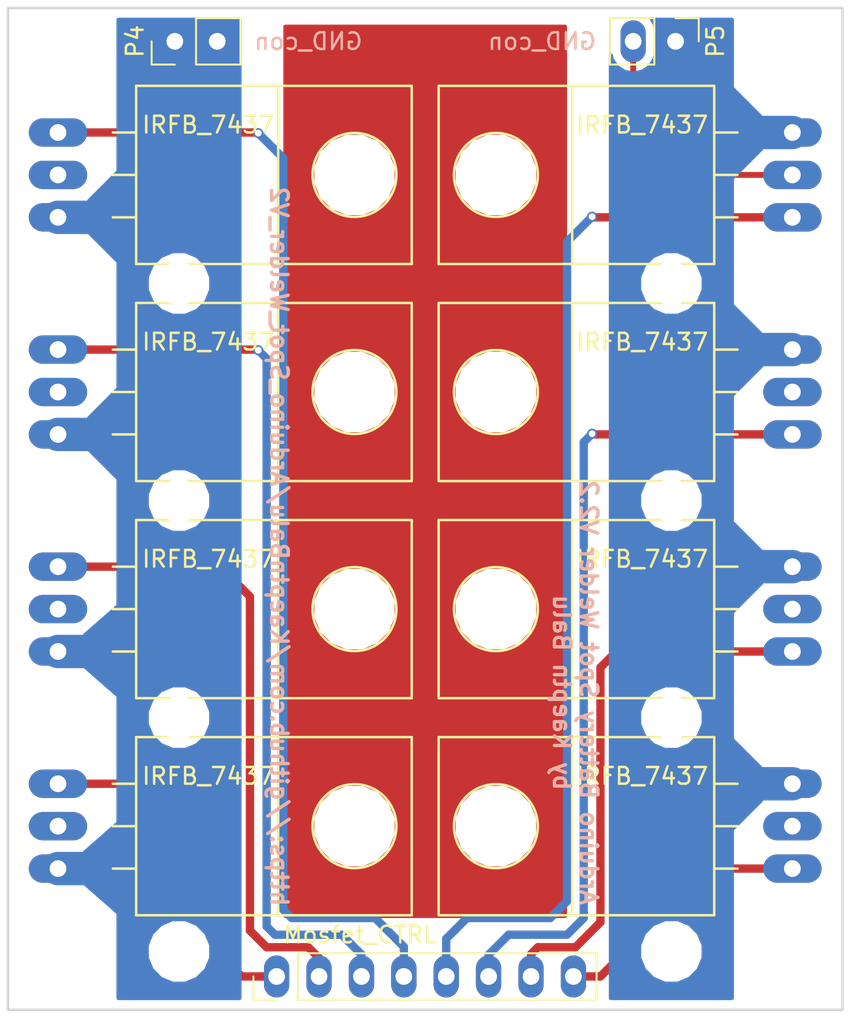
<source format=kicad_pcb>
(kicad_pcb (version 4) (host pcbnew 4.0.4-stable)

  (general
    (links 26)
    (no_connects 8)
    (area 118.350001 51.8 199.35 141.500001)
    (thickness 1.6)
    (drawings 19)
    (tracks 84)
    (zones 0)
    (modules 23)
    (nets 11)
  )

  (page A4)
  (layers
    (0 F.Cu signal)
    (31 B.Cu signal)
    (32 B.Adhes user)
    (33 F.Adhes user)
    (34 B.Paste user)
    (35 F.Paste user)
    (36 B.SilkS user)
    (37 F.SilkS user)
    (38 B.Mask user)
    (39 F.Mask user)
    (40 Dwgs.User user hide)
    (41 Cmts.User user)
    (42 Eco1.User user hide)
    (43 Eco2.User user hide)
    (44 Edge.Cuts user)
    (45 Margin user hide)
    (46 B.CrtYd user hide)
    (47 F.CrtYd user hide)
    (48 B.Fab user)
    (49 F.Fab user)
  )

  (setup
    (last_trace_width 0.25)
    (user_trace_width 0.35)
    (user_trace_width 0.5)
    (user_trace_width 0.75)
    (user_trace_width 1)
    (user_trace_width 2)
    (trace_clearance 0.2)
    (zone_clearance 0.508)
    (zone_45_only no)
    (trace_min 0.2)
    (segment_width 0.1)
    (edge_width 0.15)
    (via_size 0.6)
    (via_drill 0.4)
    (via_min_size 0.4)
    (via_min_drill 0.3)
    (uvia_size 0.3)
    (uvia_drill 0.1)
    (uvias_allowed no)
    (uvia_min_size 0.2)
    (uvia_min_drill 0.1)
    (pcb_text_width 0.3)
    (pcb_text_size 1.5 1.5)
    (mod_edge_width 0.15)
    (mod_text_size 1 1)
    (mod_text_width 0.15)
    (pad_size 2.6 2.6)
    (pad_drill 2.6)
    (pad_to_mask_clearance 0.2)
    (aux_axis_origin 70 130)
    (grid_origin 70 130)
    (visible_elements 7FFFFFFF)
    (pcbplotparams
      (layerselection 0x010f0_80000001)
      (usegerberextensions false)
      (excludeedgelayer true)
      (linewidth 0.100000)
      (plotframeref false)
      (viasonmask false)
      (mode 1)
      (useauxorigin false)
      (hpglpennumber 1)
      (hpglpenspeed 20)
      (hpglpendiameter 15)
      (hpglpenoverlay 2)
      (psnegative false)
      (psa4output false)
      (plotreference true)
      (plotvalue true)
      (plotinvisibletext false)
      (padsonsilk false)
      (subtractmaskfromsilk false)
      (outputformat 1)
      (mirror false)
      (drillshape 0)
      (scaleselection 1)
      (outputdirectory "Gerber/Mosfet Board/"))
  )

  (net 0 "")
  (net 1 "Net-(Mosfet_CTRL2-Pad1)")
  (net 2 "Net-(Mosfet_CTRL2-Pad2)")
  (net 3 "Net-(Mosfet_CTRL2-Pad3)")
  (net 4 "Net-(Mosfet_CTRL2-Pad4)")
  (net 5 "Net-(Mosfet_CTRL2-Pad5)")
  (net 6 "Net-(Mosfet_CTRL2-Pad6)")
  (net 7 "Net-(Mosfet_CTRL2-Pad7)")
  (net 8 "Net-(Mosfet_CTRL2-Pad8)")
  (net 9 /battery_minus)
  (net 10 /Probe)

  (net_class Default "This is the default net class."
    (clearance 0.2)
    (trace_width 0.25)
    (via_dia 0.6)
    (via_drill 0.4)
    (uvia_dia 0.3)
    (uvia_drill 0.1)
    (add_net /Probe)
    (add_net /battery_minus)
    (add_net "Net-(Mosfet_CTRL2-Pad1)")
    (add_net "Net-(Mosfet_CTRL2-Pad2)")
    (add_net "Net-(Mosfet_CTRL2-Pad3)")
    (add_net "Net-(Mosfet_CTRL2-Pad4)")
    (add_net "Net-(Mosfet_CTRL2-Pad5)")
    (add_net "Net-(Mosfet_CTRL2-Pad6)")
    (add_net "Net-(Mosfet_CTRL2-Pad7)")
    (add_net "Net-(Mosfet_CTRL2-Pad8)")
  )

  (module pots_own:TO-220__long_Neutral123_Horizontal_LargePads (layer F.Cu) (tedit 593A704A) (tstamp 58CAB72D)
    (at 134 80 270)
    (descr "TO-220, Neutral, Horizontal, Large Pads,")
    (tags "TO-220, Neutral, Horizontal, Large Pads,")
    (path /58919518)
    (fp_text reference Q5 (at -4 -19 270) (layer F.SilkS) hide
      (effects (font (size 1 1) (thickness 0.15)))
    )
    (fp_text value IRFB_7437 (at -3 -8 360) (layer F.SilkS)
      (effects (font (size 1 1) (thickness 0.15)))
    )
    (fp_line (start -2.54 -3.683) (end -2.54 -2.286) (layer F.SilkS) (width 0.15))
    (fp_line (start 0 -3.683) (end 0 -2.286) (layer F.SilkS) (width 0.15))
    (fp_line (start 2.54 -3.683) (end 2.54 -2.286) (layer F.SilkS) (width 0.15))
    (fp_circle (center 0 -16.764) (end 1.778 -14.986) (layer F.SilkS) (width 0.15))
    (fp_line (start 5.334 -12.192) (end 5.334 -20.193) (layer F.SilkS) (width 0.15))
    (fp_line (start 5.334 -20.193) (end -5.334 -20.193) (layer F.SilkS) (width 0.15))
    (fp_line (start -5.334 -20.193) (end -5.334 -12.192) (layer F.SilkS) (width 0.15))
    (fp_line (start 5.334 -3.683) (end 5.334 -12.192) (layer F.SilkS) (width 0.15))
    (fp_line (start 5.334 -12.192) (end -5.334 -12.192) (layer F.SilkS) (width 0.15))
    (fp_line (start -5.334 -12.192) (end -5.334 -3.683) (layer F.SilkS) (width 0.15))
    (fp_line (start 0 -3.683) (end -5.334 -3.683) (layer F.SilkS) (width 0.15))
    (fp_line (start 0 -3.683) (end 5.334 -3.683) (layer F.SilkS) (width 0.15))
    (pad 2 thru_hole oval (at 0 1) (size 3.50012 1.69926) (drill 1.00076) (layers *.Cu *.Mask)
      (net 10 /Probe))
    (pad 1 thru_hole oval (at -2.54 1) (size 3.50012 1.69926) (drill 1.00076) (layers *.Cu *.Mask)
      (net 4 "Net-(Mosfet_CTRL2-Pad4)"))
    (pad 3 thru_hole oval (at 2.54 1) (size 3.50012 1.69926) (drill 1.00076) (layers *.Cu *.Mask)
      (net 9 /battery_minus))
    (pad "" np_thru_hole circle (at 0 -16.764) (size 3.79984 3.79984) (drill 3.79984) (layers *.Cu *.Mask))
    (model TO_SOT_Packages_THT.3dshapes/TO-220_Neutral123_Horizontal_LargePads.wrl
      (at (xyz 0 0 0))
      (scale (xyz 0.3937 0.3937 0.3937))
      (rotate (xyz 0 0 0))
    )
  )

  (module Mounting_Holes:MountingHole_2.5mm (layer F.Cu) (tedit 5904A36C) (tstamp 5890E47E)
    (at 169.75 86.5)
    (descr "Mounting Hole 2.5mm, no annular")
    (tags "mounting hole 2.5mm no annular")
    (fp_text reference REF** (at 0 -3.5) (layer F.SilkS) hide
      (effects (font (size 1 1) (thickness 0.15)))
    )
    (fp_text value 2.6mm (at 0 3.5) (layer F.Fab)
      (effects (font (size 1 1) (thickness 0.15)))
    )
    (fp_circle (center 0 0) (end 2.5 0) (layer Cmts.User) (width 0.15))
    (fp_circle (center 0 0) (end 2.75 0) (layer F.CrtYd) (width 0.05))
    (pad "" np_thru_hole circle (at 0 0) (size 2.6 2.6) (drill 2.6) (layers *.Cu *.Mask))
  )

  (module Mounting_Holes:MountingHole_2.5mm (layer F.Cu) (tedit 5904A35E) (tstamp 5890E46B)
    (at 169.75 99.5)
    (descr "Mounting Hole 2.5mm, no annular")
    (tags "mounting hole 2.5mm no annular")
    (fp_text reference REF** (at 0 -3.5) (layer F.SilkS) hide
      (effects (font (size 1 1) (thickness 0.15)))
    )
    (fp_text value 2.6mm (at 0 3.5) (layer F.Fab)
      (effects (font (size 1 1) (thickness 0.15)))
    )
    (fp_circle (center 0 0) (end 2.5 0) (layer Cmts.User) (width 0.15))
    (fp_circle (center 0 0) (end 2.75 0) (layer F.CrtYd) (width 0.05))
    (pad "" np_thru_hole circle (at 0 0) (size 2.6 2.6) (drill 2.6) (layers *.Cu *.Mask))
  )

  (module Mounting_Holes:MountingHole_2.5mm (layer F.Cu) (tedit 5904A357) (tstamp 5890E45F)
    (at 169.75 112.5)
    (descr "Mounting Hole 2.5mm, no annular")
    (tags "mounting hole 2.5mm no annular")
    (fp_text reference REF** (at 0 -3.5) (layer F.SilkS) hide
      (effects (font (size 1 1) (thickness 0.15)))
    )
    (fp_text value 2.6mm (at 0 3.5) (layer F.Fab)
      (effects (font (size 1 1) (thickness 0.15)))
    )
    (fp_circle (center 0 0) (end 2.5 0) (layer Cmts.User) (width 0.15))
    (fp_circle (center 0 0) (end 2.75 0) (layer F.CrtYd) (width 0.05))
    (pad "" np_thru_hole circle (at 0 0) (size 2.6 2.6) (drill 2.6) (layers *.Cu *.Mask))
  )

  (module Mounting_Holes:MountingHole_2.5mm (layer F.Cu) (tedit 5904A351) (tstamp 5890E43D)
    (at 169.75 126.5)
    (descr "Mounting Hole 2.5mm, no annular")
    (tags "mounting hole 2.5mm no annular")
    (fp_text reference REF** (at 0 -3.5) (layer F.SilkS) hide
      (effects (font (size 1 1) (thickness 0.15)))
    )
    (fp_text value 2.6mm (at 0 3.5) (layer F.Fab)
      (effects (font (size 1 1) (thickness 0.15)))
    )
    (fp_circle (center 0 0) (end 2.5 0) (layer Cmts.User) (width 0.15))
    (fp_circle (center 0 0) (end 2.75 0) (layer F.CrtYd) (width 0.05))
    (pad "" np_thru_hole circle (at 0 0) (size 2.6 2.6) (drill 2.6) (layers *.Cu *.Mask))
  )

  (module Mounting_Holes:MountingHole_2.5mm (layer F.Cu) (tedit 5904A34B) (tstamp 5890E421)
    (at 140.25 126.5)
    (descr "Mounting Hole 2.5mm, no annular")
    (tags "mounting hole 2.5mm no annular")
    (fp_text reference REF** (at 0 -3.5) (layer F.SilkS) hide
      (effects (font (size 1 1) (thickness 0.15)))
    )
    (fp_text value 2.6mm (at 0 3.5) (layer F.Fab)
      (effects (font (size 1 1) (thickness 0.15)))
    )
    (fp_circle (center 0 0) (end 2.5 0) (layer Cmts.User) (width 0.15))
    (fp_circle (center 0 0) (end 2.75 0) (layer F.CrtYd) (width 0.05))
    (pad "" np_thru_hole circle (at 0 0) (size 2.6 2.6) (drill 2.6) (layers *.Cu *.Mask))
  )

  (module Mounting_Holes:MountingHole_2.5mm (layer F.Cu) (tedit 5904A33F) (tstamp 5890E40F)
    (at 140.25 112.5)
    (descr "Mounting Hole 2.5mm, no annular")
    (tags "mounting hole 2.5mm no annular")
    (fp_text reference REF** (at 0 -3.5) (layer F.SilkS) hide
      (effects (font (size 1 1) (thickness 0.15)))
    )
    (fp_text value 2.6mm (at 0 3.5) (layer F.Fab)
      (effects (font (size 1 1) (thickness 0.15)))
    )
    (fp_circle (center 0 0) (end 2.5 0) (layer Cmts.User) (width 0.15))
    (fp_circle (center 0 0) (end 2.75 0) (layer F.CrtYd) (width 0.05))
    (pad "" np_thru_hole circle (at 0 0) (size 2.6 2.6) (drill 2.6) (layers *.Cu *.Mask))
  )

  (module Mounting_Holes:MountingHole_2.5mm (layer F.Cu) (tedit 5904A345) (tstamp 5890E404)
    (at 140.25 99.5)
    (descr "Mounting Hole 2.5mm, no annular")
    (tags "mounting hole 2.5mm no annular")
    (fp_text reference REF** (at 0 -3.5) (layer F.SilkS) hide
      (effects (font (size 1 1) (thickness 0.15)))
    )
    (fp_text value 2.6mm (at 0 3.5) (layer F.Fab)
      (effects (font (size 1 1) (thickness 0.15)))
    )
    (fp_circle (center 0 0) (end 2.5 0) (layer Cmts.User) (width 0.15))
    (fp_circle (center 0 0) (end 2.75 0) (layer F.CrtYd) (width 0.05))
    (pad "" np_thru_hole circle (at 0 0) (size 2.6 2.6) (drill 2.6) (layers *.Cu *.Mask))
  )

  (module Mounting_Holes:MountingHole_3.2mm_M3 (layer F.Cu) (tedit 5890D5E3) (tstamp 5890D7C8)
    (at 133 127)
    (descr "Mounting Hole 3.2mm, no annular, M3")
    (tags "mounting hole 3.2mm no annular m3")
    (fp_text reference REF** (at 0 -4.2) (layer F.SilkS) hide
      (effects (font (size 1 1) (thickness 0.15)))
    )
    (fp_text value 3.2mm (at 0 4.2) (layer F.Fab) hide
      (effects (font (size 1 1) (thickness 0.15)))
    )
    (fp_circle (center 0 0) (end 3.2 0) (layer Cmts.User) (width 0.15))
    (fp_circle (center 0 0) (end 3.45 0) (layer F.CrtYd) (width 0.05))
    (pad 1 np_thru_hole circle (at 0 0) (size 3.2 3.2) (drill 3.2) (layers *.Cu *.Mask))
  )

  (module Mounting_Holes:MountingHole_3.2mm_M3 (layer F.Cu) (tedit 5890D5E3) (tstamp 5890D7C2)
    (at 177 127)
    (descr "Mounting Hole 3.2mm, no annular, M3")
    (tags "mounting hole 3.2mm no annular m3")
    (fp_text reference REF** (at 0 -4.2) (layer F.SilkS) hide
      (effects (font (size 1 1) (thickness 0.15)))
    )
    (fp_text value 3.2mm (at 0 4.2) (layer F.Fab) hide
      (effects (font (size 1 1) (thickness 0.15)))
    )
    (fp_circle (center 0 0) (end 3.2 0) (layer Cmts.User) (width 0.15))
    (fp_circle (center 0 0) (end 3.45 0) (layer F.CrtYd) (width 0.05))
    (pad 1 np_thru_hole circle (at 0 0) (size 3.2 3.2) (drill 3.2) (layers *.Cu *.Mask))
  )

  (module Mounting_Holes:MountingHole_3.2mm_M3 (layer F.Cu) (tedit 5890D5E3) (tstamp 5890D7BC)
    (at 177 73)
    (descr "Mounting Hole 3.2mm, no annular, M3")
    (tags "mounting hole 3.2mm no annular m3")
    (fp_text reference REF** (at 0 -4.2) (layer F.SilkS) hide
      (effects (font (size 1 1) (thickness 0.15)))
    )
    (fp_text value 3.2mm (at 0 4.2) (layer F.Fab) hide
      (effects (font (size 1 1) (thickness 0.15)))
    )
    (fp_circle (center 0 0) (end 3.2 0) (layer Cmts.User) (width 0.15))
    (fp_circle (center 0 0) (end 3.45 0) (layer F.CrtYd) (width 0.05))
    (pad 1 np_thru_hole circle (at 0 0) (size 3.2 3.2) (drill 3.2) (layers *.Cu *.Mask))
  )

  (module Pin_Headers:Pin_Header_Straight_1x02_Pitch2.54mm (layer F.Cu) (tedit 58CABEB1) (tstamp 5890D575)
    (at 140 72 90)
    (descr "Through hole straight pin header, 1x02, 2.54mm pitch, single row")
    (tags "Through hole pin header THT 1x02 2.54mm single row")
    (path /5891D4F3)
    (fp_text reference P4 (at 0 -2.39 90) (layer F.SilkS)
      (effects (font (size 1 1) (thickness 0.15)))
    )
    (fp_text value GND_con (at 0 8 180) (layer B.SilkS)
      (effects (font (size 1 1) (thickness 0.15)) (justify mirror))
    )
    (fp_line (start -1.27 -1.27) (end -1.27 3.81) (layer F.Fab) (width 0.1))
    (fp_line (start -1.27 3.81) (end 1.27 3.81) (layer F.Fab) (width 0.1))
    (fp_line (start 1.27 3.81) (end 1.27 -1.27) (layer F.Fab) (width 0.1))
    (fp_line (start 1.27 -1.27) (end -1.27 -1.27) (layer F.Fab) (width 0.1))
    (fp_line (start -1.39 1.27) (end -1.39 3.93) (layer F.SilkS) (width 0.12))
    (fp_line (start -1.39 3.93) (end 1.39 3.93) (layer F.SilkS) (width 0.12))
    (fp_line (start 1.39 3.93) (end 1.39 1.27) (layer F.SilkS) (width 0.12))
    (fp_line (start 1.39 1.27) (end -1.39 1.27) (layer F.SilkS) (width 0.12))
    (fp_line (start -1.39 0) (end -1.39 -1.39) (layer F.SilkS) (width 0.12))
    (fp_line (start -1.39 -1.39) (end 0 -1.39) (layer F.SilkS) (width 0.12))
    (fp_line (start -1.6 -1.6) (end -1.6 4.1) (layer F.CrtYd) (width 0.05))
    (fp_line (start -1.6 4.1) (end 1.6 4.1) (layer F.CrtYd) (width 0.05))
    (fp_line (start 1.6 4.1) (end 1.6 -1.6) (layer F.CrtYd) (width 0.05))
    (fp_line (start 1.6 -1.6) (end -1.6 -1.6) (layer F.CrtYd) (width 0.05))
    (pad 1 thru_hole oval (at 0 0 90) (size 2.52 1.52) (drill 1) (layers *.Cu *.Mask)
      (net 9 /battery_minus))
    (pad 2 thru_hole oval (at 0 2.54 90) (size 2.52 1.52) (drill 1) (layers *.Cu *.Mask)
      (net 9 /battery_minus))
    (model Pin_Headers.3dshapes/Pin_Header_Straight_1x02_Pitch2.54mm.wrl
      (at (xyz 0 -0.05 0))
      (scale (xyz 1 1 1))
      (rotate (xyz 0 0 90))
    )
  )

  (module Pin_Headers:Pin_Header_Straight_1x02_Pitch2.54mm (layer F.Cu) (tedit 58CABECB) (tstamp 5890D57B)
    (at 170 72 270)
    (descr "Through hole straight pin header, 1x02, 2.54mm pitch, single row")
    (tags "Through hole pin header THT 1x02 2.54mm single row")
    (path /5891D6C9)
    (fp_text reference P5 (at 0 -2.39 270) (layer F.SilkS)
      (effects (font (size 1 1) (thickness 0.15)))
    )
    (fp_text value GND_con (at 0 8 360) (layer B.SilkS)
      (effects (font (size 1 1) (thickness 0.15)) (justify mirror))
    )
    (fp_line (start -1.27 -1.27) (end -1.27 3.81) (layer F.Fab) (width 0.1))
    (fp_line (start -1.27 3.81) (end 1.27 3.81) (layer F.Fab) (width 0.1))
    (fp_line (start 1.27 3.81) (end 1.27 -1.27) (layer F.Fab) (width 0.1))
    (fp_line (start 1.27 -1.27) (end -1.27 -1.27) (layer F.Fab) (width 0.1))
    (fp_line (start -1.39 1.27) (end -1.39 3.93) (layer F.SilkS) (width 0.12))
    (fp_line (start -1.39 3.93) (end 1.39 3.93) (layer F.SilkS) (width 0.12))
    (fp_line (start 1.39 3.93) (end 1.39 1.27) (layer F.SilkS) (width 0.12))
    (fp_line (start 1.39 1.27) (end -1.39 1.27) (layer F.SilkS) (width 0.12))
    (fp_line (start -1.39 0) (end -1.39 -1.39) (layer F.SilkS) (width 0.12))
    (fp_line (start -1.39 -1.39) (end 0 -1.39) (layer F.SilkS) (width 0.12))
    (fp_line (start -1.6 -1.6) (end -1.6 4.1) (layer F.CrtYd) (width 0.05))
    (fp_line (start -1.6 4.1) (end 1.6 4.1) (layer F.CrtYd) (width 0.05))
    (fp_line (start 1.6 4.1) (end 1.6 -1.6) (layer F.CrtYd) (width 0.05))
    (fp_line (start 1.6 -1.6) (end -1.6 -1.6) (layer F.CrtYd) (width 0.05))
    (pad 1 thru_hole oval (at 0 0 270) (size 2.52 1.52) (drill 1) (layers *.Cu *.Mask)
      (net 9 /battery_minus))
    (pad 2 thru_hole oval (at 0 2.54 270) (size 2.52 1.52) (drill 1) (layers *.Cu *.Mask)
      (net 10 /Probe))
    (model Pin_Headers.3dshapes/Pin_Header_Straight_1x02_Pitch2.54mm.wrl
      (at (xyz 0 -0.05 0))
      (scale (xyz 1 1 1))
      (rotate (xyz 0 0 90))
    )
  )

  (module Mounting_Holes:MountingHole_3.2mm_M3 (layer F.Cu) (tedit 5890D5E3) (tstamp 5890D673)
    (at 133 73)
    (descr "Mounting Hole 3.2mm, no annular, M3")
    (tags "mounting hole 3.2mm no annular m3")
    (fp_text reference REF** (at 0 -4.2) (layer F.SilkS) hide
      (effects (font (size 1 1) (thickness 0.15)))
    )
    (fp_text value 3.2mm (at 0 4.2) (layer F.Fab) hide
      (effects (font (size 1 1) (thickness 0.15)))
    )
    (fp_circle (center 0 0) (end 3.2 0) (layer Cmts.User) (width 0.15))
    (fp_circle (center 0 0) (end 3.45 0) (layer F.CrtYd) (width 0.05))
    (pad 1 np_thru_hole circle (at 0 0) (size 3.2 3.2) (drill 3.2) (layers *.Cu *.Mask))
  )

  (module Mounting_Holes:MountingHole_2.5mm (layer F.Cu) (tedit 5904A366) (tstamp 5890E4B3)
    (at 140.25 86.5)
    (descr "Mounting Hole 2.5mm, no annular")
    (tags "mounting hole 2.5mm no annular")
    (fp_text reference REF** (at 0 -3.5) (layer F.SilkS) hide
      (effects (font (size 1 1) (thickness 0.15)))
    )
    (fp_text value 2.6mm (at 0 3.5) (layer F.Fab)
      (effects (font (size 1 1) (thickness 0.15)))
    )
    (fp_circle (center 0 0) (end 2.5 0) (layer Cmts.User) (width 0.15))
    (fp_circle (center 0 0) (end 2.75 0) (layer F.CrtYd) (width 0.05))
    (pad "" np_thru_hole circle (at 0 0) (size 2.6 2.6) (drill 2.6) (layers *.Cu *.Mask))
  )

  (module pots_own:TO-220__long_Neutral123_Horizontal_LargePads (layer F.Cu) (tedit 593A7060) (tstamp 58CAB6DD)
    (at 176 119 90)
    (descr "TO-220, Neutral, Horizontal, Large Pads,")
    (tags "TO-220, Neutral, Horizontal, Large Pads,")
    (path /5891974E)
    (fp_text reference Q1 (at 3.75 -19 90) (layer F.SilkS) hide
      (effects (font (size 1 1) (thickness 0.15)))
    )
    (fp_text value IRFB_7437 (at 3 -8 180) (layer F.SilkS)
      (effects (font (size 1 1) (thickness 0.15)))
    )
    (fp_line (start -2.54 -3.683) (end -2.54 -2.286) (layer F.SilkS) (width 0.15))
    (fp_line (start 0 -3.683) (end 0 -2.286) (layer F.SilkS) (width 0.15))
    (fp_line (start 2.54 -3.683) (end 2.54 -2.286) (layer F.SilkS) (width 0.15))
    (fp_circle (center 0 -16.764) (end 1.778 -14.986) (layer F.SilkS) (width 0.15))
    (fp_line (start 5.334 -12.192) (end 5.334 -20.193) (layer F.SilkS) (width 0.15))
    (fp_line (start 5.334 -20.193) (end -5.334 -20.193) (layer F.SilkS) (width 0.15))
    (fp_line (start -5.334 -20.193) (end -5.334 -12.192) (layer F.SilkS) (width 0.15))
    (fp_line (start 5.334 -3.683) (end 5.334 -12.192) (layer F.SilkS) (width 0.15))
    (fp_line (start 5.334 -12.192) (end -5.334 -12.192) (layer F.SilkS) (width 0.15))
    (fp_line (start -5.334 -12.192) (end -5.334 -3.683) (layer F.SilkS) (width 0.15))
    (fp_line (start 0 -3.683) (end -5.334 -3.683) (layer F.SilkS) (width 0.15))
    (fp_line (start 0 -3.683) (end 5.334 -3.683) (layer F.SilkS) (width 0.15))
    (pad 2 thru_hole oval (at 0 1 180) (size 3.50012 1.69926) (drill 1.00076) (layers *.Cu *.Mask)
      (net 10 /Probe))
    (pad 1 thru_hole oval (at -2.54 1 180) (size 3.50012 1.69926) (drill 1.00076) (layers *.Cu *.Mask)
      (net 8 "Net-(Mosfet_CTRL2-Pad8)"))
    (pad 3 thru_hole oval (at 2.54 1 180) (size 3.50012 1.69926) (drill 1.00076) (layers *.Cu *.Mask)
      (net 9 /battery_minus))
    (pad "" np_thru_hole circle (at 0 -16.764 180) (size 3.79984 3.79984) (drill 3.79984) (layers *.Cu *.Mask))
    (model TO_SOT_Packages_THT.3dshapes/TO-220_Neutral123_Horizontal_LargePads.wrl
      (at (xyz 0 0 0))
      (scale (xyz 0.3937 0.3937 0.3937))
      (rotate (xyz 0 0 0))
    )
  )

  (module pots_own:TO-220__long_Neutral123_Horizontal_LargePads (layer F.Cu) (tedit 593A705A) (tstamp 58CAB6F1)
    (at 176 106 90)
    (descr "TO-220, Neutral, Horizontal, Large Pads,")
    (tags "TO-220, Neutral, Horizontal, Large Pads,")
    (path /589181B5)
    (fp_text reference Q2 (at 3.75 -18.75 90) (layer F.SilkS) hide
      (effects (font (size 1 1) (thickness 0.15)))
    )
    (fp_text value IRFB_7437 (at 3 -8 180) (layer F.SilkS)
      (effects (font (size 1 1) (thickness 0.15)))
    )
    (fp_line (start -2.54 -3.683) (end -2.54 -2.286) (layer F.SilkS) (width 0.15))
    (fp_line (start 0 -3.683) (end 0 -2.286) (layer F.SilkS) (width 0.15))
    (fp_line (start 2.54 -3.683) (end 2.54 -2.286) (layer F.SilkS) (width 0.15))
    (fp_circle (center 0 -16.764) (end 1.778 -14.986) (layer F.SilkS) (width 0.15))
    (fp_line (start 5.334 -12.192) (end 5.334 -20.193) (layer F.SilkS) (width 0.15))
    (fp_line (start 5.334 -20.193) (end -5.334 -20.193) (layer F.SilkS) (width 0.15))
    (fp_line (start -5.334 -20.193) (end -5.334 -12.192) (layer F.SilkS) (width 0.15))
    (fp_line (start 5.334 -3.683) (end 5.334 -12.192) (layer F.SilkS) (width 0.15))
    (fp_line (start 5.334 -12.192) (end -5.334 -12.192) (layer F.SilkS) (width 0.15))
    (fp_line (start -5.334 -12.192) (end -5.334 -3.683) (layer F.SilkS) (width 0.15))
    (fp_line (start 0 -3.683) (end -5.334 -3.683) (layer F.SilkS) (width 0.15))
    (fp_line (start 0 -3.683) (end 5.334 -3.683) (layer F.SilkS) (width 0.15))
    (pad 2 thru_hole oval (at 0 1 180) (size 3.50012 1.69926) (drill 1.00076) (layers *.Cu *.Mask)
      (net 10 /Probe))
    (pad 1 thru_hole oval (at -2.54 1 180) (size 3.50012 1.69926) (drill 1.00076) (layers *.Cu *.Mask)
      (net 7 "Net-(Mosfet_CTRL2-Pad7)"))
    (pad 3 thru_hole oval (at 2.54 1 180) (size 3.50012 1.69926) (drill 1.00076) (layers *.Cu *.Mask)
      (net 9 /battery_minus))
    (pad "" np_thru_hole circle (at 0 -16.764 180) (size 3.79984 3.79984) (drill 3.79984) (layers *.Cu *.Mask))
    (model TO_SOT_Packages_THT.3dshapes/TO-220_Neutral123_Horizontal_LargePads.wrl
      (at (xyz 0 0 0))
      (scale (xyz 0.3937 0.3937 0.3937))
      (rotate (xyz 0 0 0))
    )
  )

  (module pots_own:TO-220__long_Neutral123_Horizontal_LargePads (layer F.Cu) (tedit 593A7053) (tstamp 58CAB705)
    (at 176 93 90)
    (descr "TO-220, Neutral, Horizontal, Large Pads,")
    (tags "TO-220, Neutral, Horizontal, Large Pads,")
    (path /589193FF)
    (fp_text reference Q3 (at 3.75 -18.75 90) (layer F.SilkS) hide
      (effects (font (size 1 1) (thickness 0.15)))
    )
    (fp_text value IRFB_7437 (at 3 -8 180) (layer F.SilkS)
      (effects (font (size 1 1) (thickness 0.15)))
    )
    (fp_line (start -2.54 -3.683) (end -2.54 -2.286) (layer F.SilkS) (width 0.15))
    (fp_line (start 0 -3.683) (end 0 -2.286) (layer F.SilkS) (width 0.15))
    (fp_line (start 2.54 -3.683) (end 2.54 -2.286) (layer F.SilkS) (width 0.15))
    (fp_circle (center 0 -16.764) (end 1.778 -14.986) (layer F.SilkS) (width 0.15))
    (fp_line (start 5.334 -12.192) (end 5.334 -20.193) (layer F.SilkS) (width 0.15))
    (fp_line (start 5.334 -20.193) (end -5.334 -20.193) (layer F.SilkS) (width 0.15))
    (fp_line (start -5.334 -20.193) (end -5.334 -12.192) (layer F.SilkS) (width 0.15))
    (fp_line (start 5.334 -3.683) (end 5.334 -12.192) (layer F.SilkS) (width 0.15))
    (fp_line (start 5.334 -12.192) (end -5.334 -12.192) (layer F.SilkS) (width 0.15))
    (fp_line (start -5.334 -12.192) (end -5.334 -3.683) (layer F.SilkS) (width 0.15))
    (fp_line (start 0 -3.683) (end -5.334 -3.683) (layer F.SilkS) (width 0.15))
    (fp_line (start 0 -3.683) (end 5.334 -3.683) (layer F.SilkS) (width 0.15))
    (pad 2 thru_hole oval (at 0 1 180) (size 3.50012 1.69926) (drill 1.00076) (layers *.Cu *.Mask)
      (net 10 /Probe))
    (pad 1 thru_hole oval (at -2.54 1 180) (size 3.50012 1.69926) (drill 1.00076) (layers *.Cu *.Mask)
      (net 6 "Net-(Mosfet_CTRL2-Pad6)"))
    (pad 3 thru_hole oval (at 2.54 1 180) (size 3.50012 1.69926) (drill 1.00076) (layers *.Cu *.Mask)
      (net 9 /battery_minus))
    (pad "" np_thru_hole circle (at 0 -16.764 180) (size 3.79984 3.79984) (drill 3.79984) (layers *.Cu *.Mask))
    (model TO_SOT_Packages_THT.3dshapes/TO-220_Neutral123_Horizontal_LargePads.wrl
      (at (xyz 0 0 0))
      (scale (xyz 0.3937 0.3937 0.3937))
      (rotate (xyz 0 0 0))
    )
  )

  (module pots_own:TO-220__long_Neutral123_Horizontal_LargePads (layer F.Cu) (tedit 593A704D) (tstamp 58CAB719)
    (at 176 80 90)
    (descr "TO-220, Neutral, Horizontal, Large Pads,")
    (tags "TO-220, Neutral, Horizontal, Large Pads,")
    (path /58919494)
    (fp_text reference Q4 (at 4 -19 90) (layer F.SilkS) hide
      (effects (font (size 1 1) (thickness 0.15)))
    )
    (fp_text value IRFB_7437 (at 3 -8 180) (layer F.SilkS)
      (effects (font (size 1 1) (thickness 0.15)))
    )
    (fp_line (start -2.54 -3.683) (end -2.54 -2.286) (layer F.SilkS) (width 0.15))
    (fp_line (start 0 -3.683) (end 0 -2.286) (layer F.SilkS) (width 0.15))
    (fp_line (start 2.54 -3.683) (end 2.54 -2.286) (layer F.SilkS) (width 0.15))
    (fp_circle (center 0 -16.764) (end 1.778 -14.986) (layer F.SilkS) (width 0.15))
    (fp_line (start 5.334 -12.192) (end 5.334 -20.193) (layer F.SilkS) (width 0.15))
    (fp_line (start 5.334 -20.193) (end -5.334 -20.193) (layer F.SilkS) (width 0.15))
    (fp_line (start -5.334 -20.193) (end -5.334 -12.192) (layer F.SilkS) (width 0.15))
    (fp_line (start 5.334 -3.683) (end 5.334 -12.192) (layer F.SilkS) (width 0.15))
    (fp_line (start 5.334 -12.192) (end -5.334 -12.192) (layer F.SilkS) (width 0.15))
    (fp_line (start -5.334 -12.192) (end -5.334 -3.683) (layer F.SilkS) (width 0.15))
    (fp_line (start 0 -3.683) (end -5.334 -3.683) (layer F.SilkS) (width 0.15))
    (fp_line (start 0 -3.683) (end 5.334 -3.683) (layer F.SilkS) (width 0.15))
    (pad 2 thru_hole oval (at 0 1 180) (size 3.50012 1.69926) (drill 1.00076) (layers *.Cu *.Mask)
      (net 10 /Probe))
    (pad 1 thru_hole oval (at -2.54 1 180) (size 3.50012 1.69926) (drill 1.00076) (layers *.Cu *.Mask)
      (net 5 "Net-(Mosfet_CTRL2-Pad5)"))
    (pad 3 thru_hole oval (at 2.54 1 180) (size 3.50012 1.69926) (drill 1.00076) (layers *.Cu *.Mask)
      (net 9 /battery_minus))
    (pad "" np_thru_hole circle (at 0 -16.764 180) (size 3.79984 3.79984) (drill 3.79984) (layers *.Cu *.Mask))
    (model TO_SOT_Packages_THT.3dshapes/TO-220_Neutral123_Horizontal_LargePads.wrl
      (at (xyz 0 0 0))
      (scale (xyz 0.3937 0.3937 0.3937))
      (rotate (xyz 0 0 0))
    )
  )

  (module pots_own:TO-220__long_Neutral123_Horizontal_LargePads (layer F.Cu) (tedit 593A7050) (tstamp 58CAB741)
    (at 134 93 270)
    (descr "TO-220, Neutral, Horizontal, Large Pads,")
    (tags "TO-220, Neutral, Horizontal, Large Pads,")
    (path /58919599)
    (fp_text reference Q6 (at -3.75 -19 270) (layer F.SilkS) hide
      (effects (font (size 1 1) (thickness 0.15)))
    )
    (fp_text value IRFB_7437 (at -3 -8 360) (layer F.SilkS)
      (effects (font (size 1 1) (thickness 0.15)))
    )
    (fp_line (start -2.54 -3.683) (end -2.54 -2.286) (layer F.SilkS) (width 0.15))
    (fp_line (start 0 -3.683) (end 0 -2.286) (layer F.SilkS) (width 0.15))
    (fp_line (start 2.54 -3.683) (end 2.54 -2.286) (layer F.SilkS) (width 0.15))
    (fp_circle (center 0 -16.764) (end 1.778 -14.986) (layer F.SilkS) (width 0.15))
    (fp_line (start 5.334 -12.192) (end 5.334 -20.193) (layer F.SilkS) (width 0.15))
    (fp_line (start 5.334 -20.193) (end -5.334 -20.193) (layer F.SilkS) (width 0.15))
    (fp_line (start -5.334 -20.193) (end -5.334 -12.192) (layer F.SilkS) (width 0.15))
    (fp_line (start 5.334 -3.683) (end 5.334 -12.192) (layer F.SilkS) (width 0.15))
    (fp_line (start 5.334 -12.192) (end -5.334 -12.192) (layer F.SilkS) (width 0.15))
    (fp_line (start -5.334 -12.192) (end -5.334 -3.683) (layer F.SilkS) (width 0.15))
    (fp_line (start 0 -3.683) (end -5.334 -3.683) (layer F.SilkS) (width 0.15))
    (fp_line (start 0 -3.683) (end 5.334 -3.683) (layer F.SilkS) (width 0.15))
    (pad 2 thru_hole oval (at 0 1) (size 3.50012 1.69926) (drill 1.00076) (layers *.Cu *.Mask)
      (net 10 /Probe))
    (pad 1 thru_hole oval (at -2.54 1) (size 3.50012 1.69926) (drill 1.00076) (layers *.Cu *.Mask)
      (net 3 "Net-(Mosfet_CTRL2-Pad3)"))
    (pad 3 thru_hole oval (at 2.54 1) (size 3.50012 1.69926) (drill 1.00076) (layers *.Cu *.Mask)
      (net 9 /battery_minus))
    (pad "" np_thru_hole circle (at 0 -16.764) (size 3.79984 3.79984) (drill 3.79984) (layers *.Cu *.Mask))
    (model TO_SOT_Packages_THT.3dshapes/TO-220_Neutral123_Horizontal_LargePads.wrl
      (at (xyz 0 0 0))
      (scale (xyz 0.3937 0.3937 0.3937))
      (rotate (xyz 0 0 0))
    )
  )

  (module pots_own:TO-220__long_Neutral123_Horizontal_LargePads (layer F.Cu) (tedit 593A7056) (tstamp 58CAB755)
    (at 134 106 270)
    (descr "TO-220, Neutral, Horizontal, Large Pads,")
    (tags "TO-220, Neutral, Horizontal, Large Pads,")
    (path /58919627)
    (fp_text reference Q7 (at -3.75 -18.75 270) (layer F.SilkS) hide
      (effects (font (size 1 1) (thickness 0.15)))
    )
    (fp_text value IRFB_7437 (at -3 -8 360) (layer F.SilkS)
      (effects (font (size 1 1) (thickness 0.15)))
    )
    (fp_line (start -2.54 -3.683) (end -2.54 -2.286) (layer F.SilkS) (width 0.15))
    (fp_line (start 0 -3.683) (end 0 -2.286) (layer F.SilkS) (width 0.15))
    (fp_line (start 2.54 -3.683) (end 2.54 -2.286) (layer F.SilkS) (width 0.15))
    (fp_circle (center 0 -16.764) (end 1.778 -14.986) (layer F.SilkS) (width 0.15))
    (fp_line (start 5.334 -12.192) (end 5.334 -20.193) (layer F.SilkS) (width 0.15))
    (fp_line (start 5.334 -20.193) (end -5.334 -20.193) (layer F.SilkS) (width 0.15))
    (fp_line (start -5.334 -20.193) (end -5.334 -12.192) (layer F.SilkS) (width 0.15))
    (fp_line (start 5.334 -3.683) (end 5.334 -12.192) (layer F.SilkS) (width 0.15))
    (fp_line (start 5.334 -12.192) (end -5.334 -12.192) (layer F.SilkS) (width 0.15))
    (fp_line (start -5.334 -12.192) (end -5.334 -3.683) (layer F.SilkS) (width 0.15))
    (fp_line (start 0 -3.683) (end -5.334 -3.683) (layer F.SilkS) (width 0.15))
    (fp_line (start 0 -3.683) (end 5.334 -3.683) (layer F.SilkS) (width 0.15))
    (pad 2 thru_hole oval (at 0 1) (size 3.50012 1.69926) (drill 1.00076) (layers *.Cu *.Mask)
      (net 10 /Probe))
    (pad 1 thru_hole oval (at -2.54 1) (size 3.50012 1.69926) (drill 1.00076) (layers *.Cu *.Mask)
      (net 2 "Net-(Mosfet_CTRL2-Pad2)"))
    (pad 3 thru_hole oval (at 2.54 1) (size 3.50012 1.69926) (drill 1.00076) (layers *.Cu *.Mask)
      (net 9 /battery_minus))
    (pad "" np_thru_hole circle (at 0 -16.764) (size 3.79984 3.79984) (drill 3.79984) (layers *.Cu *.Mask))
    (model TO_SOT_Packages_THT.3dshapes/TO-220_Neutral123_Horizontal_LargePads.wrl
      (at (xyz 0 0 0))
      (scale (xyz 0.3937 0.3937 0.3937))
      (rotate (xyz 0 0 0))
    )
  )

  (module pots_own:TO-220__long_Neutral123_Horizontal_LargePads (layer F.Cu) (tedit 593A705D) (tstamp 58CAB769)
    (at 134 119 270)
    (descr "TO-220, Neutral, Horizontal, Large Pads,")
    (tags "TO-220, Neutral, Horizontal, Large Pads,")
    (path /589196BA)
    (fp_text reference Q8 (at -3.75 -19 270) (layer F.SilkS) hide
      (effects (font (size 1 1) (thickness 0.15)))
    )
    (fp_text value IRFB_7437 (at -3 -8 360) (layer F.SilkS)
      (effects (font (size 1 1) (thickness 0.15)))
    )
    (fp_line (start -2.54 -3.683) (end -2.54 -2.286) (layer F.SilkS) (width 0.15))
    (fp_line (start 0 -3.683) (end 0 -2.286) (layer F.SilkS) (width 0.15))
    (fp_line (start 2.54 -3.683) (end 2.54 -2.286) (layer F.SilkS) (width 0.15))
    (fp_circle (center 0 -16.764) (end 1.778 -14.986) (layer F.SilkS) (width 0.15))
    (fp_line (start 5.334 -12.192) (end 5.334 -20.193) (layer F.SilkS) (width 0.15))
    (fp_line (start 5.334 -20.193) (end -5.334 -20.193) (layer F.SilkS) (width 0.15))
    (fp_line (start -5.334 -20.193) (end -5.334 -12.192) (layer F.SilkS) (width 0.15))
    (fp_line (start 5.334 -3.683) (end 5.334 -12.192) (layer F.SilkS) (width 0.15))
    (fp_line (start 5.334 -12.192) (end -5.334 -12.192) (layer F.SilkS) (width 0.15))
    (fp_line (start -5.334 -12.192) (end -5.334 -3.683) (layer F.SilkS) (width 0.15))
    (fp_line (start 0 -3.683) (end -5.334 -3.683) (layer F.SilkS) (width 0.15))
    (fp_line (start 0 -3.683) (end 5.334 -3.683) (layer F.SilkS) (width 0.15))
    (pad 2 thru_hole oval (at 0 1) (size 3.50012 1.69926) (drill 1.00076) (layers *.Cu *.Mask)
      (net 10 /Probe))
    (pad 1 thru_hole oval (at -2.54 1) (size 3.50012 1.69926) (drill 1.00076) (layers *.Cu *.Mask)
      (net 1 "Net-(Mosfet_CTRL2-Pad1)"))
    (pad 3 thru_hole oval (at 2.54 1) (size 3.50012 1.69926) (drill 1.00076) (layers *.Cu *.Mask)
      (net 9 /battery_minus))
    (pad "" np_thru_hole circle (at 0 -16.764) (size 3.79984 3.79984) (drill 3.79984) (layers *.Cu *.Mask))
    (model TO_SOT_Packages_THT.3dshapes/TO-220_Neutral123_Horizontal_LargePads.wrl
      (at (xyz 0 0 0))
      (scale (xyz 0.3937 0.3937 0.3937))
      (rotate (xyz 0 0 0))
    )
  )

  (module pots_own:Pin_Header_Straight_1x08_Pitch2.54mm_Large_Pads (layer F.Cu) (tedit 59074F28) (tstamp 58CAC21A)
    (at 146.1 128 90)
    (descr "Through hole straight pin header, 1x08, 2.54mm pitch, single row")
    (tags "Through hole pin header THT 1x08 2.54mm single row")
    (path /58917CA1)
    (fp_text reference Mosfet_CTRL (at 2.5 5 180) (layer F.SilkS)
      (effects (font (size 1 1) (thickness 0.15)))
    )
    (fp_text value CONN_01X08 (at 2 15 180) (layer F.Fab)
      (effects (font (size 1 1) (thickness 0.15)))
    )
    (fp_line (start -1.27 -1.27) (end -1.27 19.05) (layer F.Fab) (width 0.1))
    (fp_line (start -1.27 19.05) (end 1.27 19.05) (layer F.Fab) (width 0.1))
    (fp_line (start 1.27 19.05) (end 1.27 -1.27) (layer F.Fab) (width 0.1))
    (fp_line (start 1.27 -1.27) (end -1.27 -1.27) (layer F.Fab) (width 0.1))
    (fp_line (start -1.39 1.27) (end -1.39 19.17) (layer F.SilkS) (width 0.12))
    (fp_line (start -1.39 19.17) (end 1.39 19.17) (layer F.SilkS) (width 0.12))
    (fp_line (start 1.39 19.17) (end 1.39 1.27) (layer F.SilkS) (width 0.12))
    (fp_line (start 1.39 1.27) (end -1.39 1.27) (layer F.SilkS) (width 0.12))
    (fp_line (start -1.39 0) (end -1.39 -1.39) (layer F.SilkS) (width 0.12))
    (fp_line (start -1.39 -1.39) (end 0 -1.39) (layer F.SilkS) (width 0.12))
    (fp_line (start -1.6 -1.6) (end -1.6 19.3) (layer F.CrtYd) (width 0.05))
    (fp_line (start -1.6 19.3) (end 1.6 19.3) (layer F.CrtYd) (width 0.05))
    (fp_line (start 1.6 19.3) (end 1.6 -1.6) (layer F.CrtYd) (width 0.05))
    (fp_line (start 1.6 -1.6) (end -1.6 -1.6) (layer F.CrtYd) (width 0.05))
    (pad 1 thru_hole oval (at 0 0 90) (size 2.52 1.52) (drill 1) (layers *.Cu *.Mask)
      (net 1 "Net-(Mosfet_CTRL2-Pad1)"))
    (pad 2 thru_hole oval (at 0 2.54 90) (size 2.52 1.52) (drill 1) (layers *.Cu *.Mask)
      (net 2 "Net-(Mosfet_CTRL2-Pad2)"))
    (pad 3 thru_hole oval (at 0 5.08 90) (size 2.52 1.52) (drill 1) (layers *.Cu *.Mask)
      (net 3 "Net-(Mosfet_CTRL2-Pad3)"))
    (pad 4 thru_hole oval (at 0 7.62 90) (size 2.52 1.52) (drill 1) (layers *.Cu *.Mask)
      (net 4 "Net-(Mosfet_CTRL2-Pad4)"))
    (pad 5 thru_hole oval (at 0 10.16 90) (size 2.52 1.52) (drill 1) (layers *.Cu *.Mask)
      (net 5 "Net-(Mosfet_CTRL2-Pad5)"))
    (pad 6 thru_hole oval (at 0 12.7 90) (size 2.52 1.52) (drill 1) (layers *.Cu *.Mask)
      (net 6 "Net-(Mosfet_CTRL2-Pad6)"))
    (pad 7 thru_hole oval (at 0 15.24 90) (size 2.52 1.52) (drill 1) (layers *.Cu *.Mask)
      (net 7 "Net-(Mosfet_CTRL2-Pad7)"))
    (pad 8 thru_hole oval (at 0 17.78 90) (size 2.52 1.52) (drill 1) (layers *.Cu *.Mask)
      (net 8 "Net-(Mosfet_CTRL2-Pad8)"))
    (model Pin_Headers.3dshapes/Pin_Header_Straight_1x08_Pitch2.54mm.wrl
      (at (xyz 0 -0.35 0))
      (scale (xyz 1 1 1))
      (rotate (xyz 0 0 90))
    )
  )

  (dimension 7.5 (width 0.3) (layer Dwgs.User)
    (gr_text "7.500 mm" (at 140.25 137.35) (layer Dwgs.User)
      (effects (font (size 1.5 1.5) (thickness 0.3)))
    )
    (feature1 (pts (xy 144 129.5) (xy 144 138.7)))
    (feature2 (pts (xy 136.5 129.5) (xy 136.5 138.7)))
    (crossbar (pts (xy 136.5 136) (xy 144 136)))
    (arrow1a (pts (xy 144 136) (xy 142.873496 136.586421)))
    (arrow1b (pts (xy 144 136) (xy 142.873496 135.413579)))
    (arrow2a (pts (xy 136.5 136) (xy 137.626504 136.586421)))
    (arrow2b (pts (xy 136.5 136) (xy 137.626504 135.413579)))
  )
  (dimension 14 (width 0.3) (layer Dwgs.User)
    (gr_text "14.000 mm" (at 192.35 119.5 270) (layer Dwgs.User)
      (effects (font (size 1.5 1.5) (thickness 0.3)))
    )
    (feature1 (pts (xy 169.5 126.5) (xy 193.7 126.5)))
    (feature2 (pts (xy 169.5 112.5) (xy 193.7 112.5)))
    (crossbar (pts (xy 191 112.5) (xy 191 126.5)))
    (arrow1a (pts (xy 191 126.5) (xy 190.413579 125.373496)))
    (arrow1b (pts (xy 191 126.5) (xy 191.586421 125.373496)))
    (arrow2a (pts (xy 191 112.5) (xy 190.413579 113.626504)))
    (arrow2b (pts (xy 191 112.5) (xy 191.586421 113.626504)))
  )
  (dimension 13 (width 0.3) (layer Dwgs.User)
    (gr_text "13.000 mm" (at 186.85 106 270) (layer Dwgs.User)
      (effects (font (size 1.5 1.5) (thickness 0.3)))
    )
    (feature1 (pts (xy 169.5 112.5) (xy 188.2 112.5)))
    (feature2 (pts (xy 169.5 99.5) (xy 188.2 99.5)))
    (crossbar (pts (xy 185.5 99.5) (xy 185.5 112.5)))
    (arrow1a (pts (xy 185.5 112.5) (xy 184.913579 111.373496)))
    (arrow1b (pts (xy 185.5 112.5) (xy 186.086421 111.373496)))
    (arrow2a (pts (xy 185.5 99.5) (xy 184.913579 100.626504)))
    (arrow2b (pts (xy 185.5 99.5) (xy 186.086421 100.626504)))
  )
  (dimension 13 (width 0.3) (layer Dwgs.User)
    (gr_text "13.000 mm" (at 192.85 93 270) (layer Dwgs.User)
      (effects (font (size 1.5 1.5) (thickness 0.3)))
    )
    (feature1 (pts (xy 169.5 99.5) (xy 194.2 99.5)))
    (feature2 (pts (xy 169.5 86.5) (xy 194.2 86.5)))
    (crossbar (pts (xy 191.5 86.5) (xy 191.5 99.5)))
    (arrow1a (pts (xy 191.5 99.5) (xy 190.913579 98.373496)))
    (arrow1b (pts (xy 191.5 99.5) (xy 192.086421 98.373496)))
    (arrow2a (pts (xy 191.5 86.5) (xy 190.913579 87.626504)))
    (arrow2b (pts (xy 191.5 86.5) (xy 192.086421 87.626504)))
  )
  (dimension 22 (width 0.3) (layer Dwgs.User)
    (gr_text "22.000 mm" (at 155 56.65) (layer Dwgs.User)
      (effects (font (size 1.5 1.5) (thickness 0.3)))
    )
    (feature1 (pts (xy 166 74.5) (xy 166 55.3)))
    (feature2 (pts (xy 144 74.5) (xy 144 55.3)))
    (crossbar (pts (xy 144 58) (xy 166 58)))
    (arrow1a (pts (xy 166 58) (xy 164.873496 58.586421)))
    (arrow1b (pts (xy 166 58) (xy 164.873496 57.413579)))
    (arrow2a (pts (xy 144 58) (xy 145.126504 58.586421)))
    (arrow2b (pts (xy 144 58) (xy 145.126504 57.413579)))
  )
  (dimension 37 (width 0.3) (layer Dwgs.User)
    (gr_text "37.000 mm" (at 155 53.15) (layer Dwgs.User)
      (effects (font (size 1.5 1.5) (thickness 0.3)))
    )
    (feature1 (pts (xy 173.5 73.5) (xy 173.5 51.8)))
    (feature2 (pts (xy 136.5 73.5) (xy 136.5 51.8)))
    (crossbar (pts (xy 136.5 54.5) (xy 173.5 54.5)))
    (arrow1a (pts (xy 173.5 54.5) (xy 172.373496 55.086421)))
    (arrow1b (pts (xy 173.5 54.5) (xy 172.373496 53.913579)))
    (arrow2a (pts (xy 136.5 54.5) (xy 137.626504 55.086421)))
    (arrow2b (pts (xy 136.5 54.5) (xy 137.626504 53.913579)))
  )
  (dimension 11 (width 0.3) (layer Dwgs.User)
    (gr_text "11.000 mm" (at 187.85 81 90) (layer Dwgs.User)
      (effects (font (size 1.5 1.5) (thickness 0.3)))
    )
    (feature1 (pts (xy 169.5 75.5) (xy 189.2 75.5)))
    (feature2 (pts (xy 169.5 86.5) (xy 189.2 86.5)))
    (crossbar (pts (xy 186.5 86.5) (xy 186.5 75.5)))
    (arrow1a (pts (xy 186.5 75.5) (xy 187.086421 76.626504)))
    (arrow1b (pts (xy 186.5 75.5) (xy 185.913579 76.626504)))
    (arrow2a (pts (xy 186.5 86.5) (xy 187.086421 85.373496)))
    (arrow2b (pts (xy 186.5 86.5) (xy 185.913579 85.373496)))
  )
  (dimension 7.5 (width 0.3) (layer Dwgs.User)
    (gr_text "7.500 mm" (at 169.75 134.849999) (layer Dwgs.User)
      (effects (font (size 1.5 1.5) (thickness 0.3)))
    )
    (feature1 (pts (xy 173.5 129.5) (xy 173.5 136.199999)))
    (feature2 (pts (xy 166 129.5) (xy 166 136.199999)))
    (crossbar (pts (xy 166 133.499999) (xy 173.5 133.499999)))
    (arrow1a (pts (xy 173.5 133.499999) (xy 172.373496 134.08642)))
    (arrow1b (pts (xy 173.5 133.499999) (xy 172.373496 132.913578)))
    (arrow2a (pts (xy 166 133.499999) (xy 167.126504 134.08642)))
    (arrow2b (pts (xy 166 133.499999) (xy 167.126504 132.913578)))
  )
  (dimension 8.4 (width 0.3) (layer Dwgs.User)
    (gr_text "8.400 mm" (at 155 140.15) (layer Dwgs.User)
      (effects (font (size 1.5 1.5) (thickness 0.3)))
    )
    (feature1 (pts (xy 159.2 119) (xy 159.2 141.5)))
    (feature2 (pts (xy 150.8 119) (xy 150.8 141.5)))
    (crossbar (pts (xy 150.8 138.8) (xy 159.2 138.8)))
    (arrow1a (pts (xy 159.2 138.8) (xy 158.073496 139.386421)))
    (arrow1b (pts (xy 159.2 138.8) (xy 158.073496 138.213579)))
    (arrow2a (pts (xy 150.8 138.8) (xy 151.926504 139.386421)))
    (arrow2b (pts (xy 150.8 138.8) (xy 151.926504 138.213579)))
  )
  (dimension 13 (width 0.3) (layer Dwgs.User)
    (gr_text "13.000 mm" (at 125.65 86.5 90) (layer Dwgs.User)
      (effects (font (size 1.5 1.5) (thickness 0.3)))
    )
    (feature1 (pts (xy 150.7 80) (xy 124.3 80)))
    (feature2 (pts (xy 150.7 93) (xy 124.3 93)))
    (crossbar (pts (xy 127 93) (xy 127 80)))
    (arrow1a (pts (xy 127 80) (xy 127.586421 81.126504)))
    (arrow1b (pts (xy 127 80) (xy 126.413579 81.126504)))
    (arrow2a (pts (xy 127 93) (xy 127.586421 91.873496)))
    (arrow2b (pts (xy 127 93) (xy 126.413579 91.873496)))
  )
  (dimension 13.000385 (width 0.3) (layer Dwgs.User)
    (gr_text "13.000 mm" (at 125.309159 99.304301 89.55927193) (layer Dwgs.User)
      (effects (font (size 1.5 1.5) (thickness 0.3)))
    )
    (feature1 (pts (xy 150.8 93) (xy 124.009199 92.793917)))
    (feature2 (pts (xy 150.7 106) (xy 123.909199 105.793917)))
    (crossbar (pts (xy 126.609119 105.814686) (xy 126.709119 92.814686)))
    (arrow1a (pts (xy 126.709119 92.814686) (xy 127.286857 93.945667)))
    (arrow1b (pts (xy 126.709119 92.814686) (xy 126.11405 93.936646)))
    (arrow2a (pts (xy 126.609119 105.814686) (xy 127.204188 104.692726)))
    (arrow2b (pts (xy 126.609119 105.814686) (xy 126.031381 104.683705)))
  )
  (dimension 13 (width 0.3) (layer Dwgs.User)
    (gr_text "13.000 mm" (at 124.85 112.5 90) (layer Dwgs.User)
      (effects (font (size 1.5 1.5) (thickness 0.3)))
    )
    (feature1 (pts (xy 150.7 106) (xy 123.5 106)))
    (feature2 (pts (xy 150.7 119) (xy 123.5 119)))
    (crossbar (pts (xy 126.2 119) (xy 126.2 106)))
    (arrow1a (pts (xy 126.2 106) (xy 126.786421 107.126504)))
    (arrow1b (pts (xy 126.2 106) (xy 125.613579 107.126504)))
    (arrow2a (pts (xy 126.2 119) (xy 126.786421 117.873496)))
    (arrow2b (pts (xy 126.2 119) (xy 125.613579 117.873496)))
  )
  (dimension 17 (width 0.3) (layer Dwgs.User)
    (gr_text "17.000 mm" (at 155 62.15) (layer Dwgs.User)
      (effects (font (size 1.5 1.5) (thickness 0.3)))
    )
    (feature1 (pts (xy 163.5 71) (xy 163.5 60.8)))
    (feature2 (pts (xy 146.5 71) (xy 146.5 60.8)))
    (crossbar (pts (xy 146.5 63.5) (xy 163.5 63.5)))
    (arrow1a (pts (xy 163.5 63.5) (xy 162.373496 64.086421)))
    (arrow1b (pts (xy 163.5 63.5) (xy 162.373496 62.913579)))
    (arrow2a (pts (xy 146.5 63.5) (xy 147.626504 64.086421)))
    (arrow2b (pts (xy 146.5 63.5) (xy 147.626504 62.913579)))
  )
  (gr_text https://github.com/KaeptnBalu/Arduino_Spot_Welder_V2 (at 146.25 102.25 270) (layer B.SilkS)
    (effects (font (size 1 1) (thickness 0.2)) (justify mirror))
  )
  (gr_text "Arduino Battery Spot Welder V2.2\nby Kaeptn Balu" (at 164 111 270) (layer B.SilkS)
    (effects (font (size 1 1) (thickness 0.2)) (justify mirror))
  )
  (gr_line (start 180 130) (end 130 130) (angle 90) (layer Edge.Cuts) (width 0.15))
  (gr_line (start 180 70) (end 180 130) (angle 90) (layer Edge.Cuts) (width 0.15))
  (gr_line (start 130 70) (end 180 70) (angle 90) (layer Edge.Cuts) (width 0.15))
  (gr_line (start 130 130) (end 130 70) (angle 90) (layer Edge.Cuts) (width 0.15))

  (segment (start 146.1 128) (end 145.25 128) (width 0.5) (layer F.Cu) (net 1))
  (segment (start 134 116.46) (end 139.46 116.46) (width 0.5) (layer F.Cu) (net 1))
  (segment (start 144 128) (end 145.25 128) (width 0.5) (layer F.Cu) (net 1) (tstamp 5890E04C))
  (segment (start 143.5 127.5) (end 144 128) (width 0.5) (layer F.Cu) (net 1) (tstamp 5890E04B))
  (segment (start 143.5 120.5) (end 143.5 127.5) (width 0.5) (layer F.Cu) (net 1) (tstamp 5890E049))
  (segment (start 139.46 116.46) (end 143.5 120.5) (width 0.5) (layer F.Cu) (net 1) (tstamp 5890E046))
  (segment (start 145.25 128) (end 146.1 128) (width 0.5) (layer F.Cu) (net 1) (tstamp 58CAC2FF))
  (segment (start 148.64 128) (end 148.64 126.89) (width 0.5) (layer F.Cu) (net 2))
  (segment (start 148.64 126.89) (end 148 126.25) (width 0.5) (layer F.Cu) (net 2) (tstamp 58CAC5A2))
  (segment (start 142.71 103.46) (end 133 103.46) (width 0.5) (layer F.Cu) (net 2) (tstamp 58CAC5A7))
  (segment (start 144.5 105.25) (end 142.71 103.46) (width 0.5) (layer F.Cu) (net 2) (tstamp 58CAC5A6))
  (segment (start 144.5 125.25) (end 144.5 105.25) (width 0.5) (layer F.Cu) (net 2) (tstamp 58CAC5A5))
  (segment (start 145.5 126.25) (end 144.5 125.25) (width 0.5) (layer F.Cu) (net 2) (tstamp 58CAC5A4))
  (segment (start 148 126.25) (end 145.5 126.25) (width 0.5) (layer F.Cu) (net 2) (tstamp 58CAC5A3))
  (segment (start 148.64 128) (end 148.64 127.14) (width 0.5) (layer F.Cu) (net 2))
  (segment (start 151.18 126.68) (end 151.18 128) (width 0.5) (layer B.Cu) (net 3) (tstamp 5890E08C))
  (segment (start 150 125.5) (end 151.18 126.68) (width 0.5) (layer B.Cu) (net 3) (tstamp 5890E08A))
  (segment (start 146 125.5) (end 150 125.5) (width 0.5) (layer B.Cu) (net 3) (tstamp 5890E087))
  (segment (start 145.5 125) (end 146 125.5) (width 0.5) (layer B.Cu) (net 3) (tstamp 5890E084))
  (segment (start 145.5 91) (end 145.5 125) (width 0.5) (layer B.Cu) (net 3) (tstamp 5890E07C))
  (segment (start 145 90.5) (end 145.5 91) (width 0.5) (layer B.Cu) (net 3) (tstamp 5890E07B))
  (segment (start 134 90.46) (end 144.96 90.46) (width 0.5) (layer F.Cu) (net 3))
  (via (at 145 90.5) (size 0.6) (drill 0.4) (layers F.Cu B.Cu) (net 3))
  (segment (start 144.96 90.46) (end 145 90.5) (width 0.5) (layer F.Cu) (net 3) (tstamp 5890E077))
  (segment (start 133 77.46) (end 134.71 77.46) (width 0.5) (layer F.Cu) (net 4))
  (segment (start 134 77.46) (end 144.96 77.46) (width 0.5) (layer F.Cu) (net 4))
  (segment (start 153.72 126.22) (end 153.72 128) (width 0.5) (layer B.Cu) (net 4) (tstamp 5890E0A5))
  (segment (start 152 124.5) (end 153.72 126.22) (width 0.5) (layer B.Cu) (net 4) (tstamp 5890E0A4))
  (segment (start 147 124.5) (end 152 124.5) (width 0.5) (layer B.Cu) (net 4) (tstamp 5890E0A1))
  (segment (start 146.5 124) (end 147 124.5) (width 0.5) (layer B.Cu) (net 4) (tstamp 5890E09F))
  (segment (start 146.5 79) (end 146.5 124) (width 0.5) (layer B.Cu) (net 4) (tstamp 5890E09A))
  (segment (start 145 77.5) (end 146.5 79) (width 0.5) (layer B.Cu) (net 4) (tstamp 5890E099))
  (via (at 145 77.5) (size 0.6) (drill 0.4) (layers F.Cu B.Cu) (net 4))
  (segment (start 144.96 77.46) (end 145 77.5) (width 0.5) (layer F.Cu) (net 4) (tstamp 5890E094))
  (segment (start 176 82.54) (end 165.04 82.54) (width 0.5) (layer F.Cu) (net 5))
  (segment (start 156.26 125.74) (end 156.26 128) (width 0.5) (layer B.Cu) (net 5) (tstamp 5890E0F6))
  (segment (start 157.5 124.5) (end 156.26 125.74) (width 0.5) (layer B.Cu) (net 5) (tstamp 5890E0F5))
  (segment (start 162.5 124.5) (end 157.5 124.5) (width 0.5) (layer B.Cu) (net 5) (tstamp 5890E0EF))
  (segment (start 163.5 123.5) (end 162.5 124.5) (width 0.5) (layer B.Cu) (net 5) (tstamp 5890E0EC))
  (segment (start 163.5 84) (end 163.5 123.5) (width 0.5) (layer B.Cu) (net 5) (tstamp 5890E0DC))
  (segment (start 165 82.5) (end 163.5 84) (width 0.5) (layer B.Cu) (net 5) (tstamp 5890E0DB))
  (via (at 165 82.5) (size 0.6) (drill 0.4) (layers F.Cu B.Cu) (net 5))
  (segment (start 165.04 82.54) (end 165 82.5) (width 0.5) (layer F.Cu) (net 5) (tstamp 5890E0D6))
  (segment (start 176 95.54) (end 165.04 95.54) (width 0.5) (layer F.Cu) (net 6))
  (segment (start 158.8 126.7) (end 158.8 128) (width 0.5) (layer B.Cu) (net 6) (tstamp 5890E0CC))
  (segment (start 160 125.5) (end 158.8 126.7) (width 0.5) (layer B.Cu) (net 6) (tstamp 5890E0CB))
  (segment (start 163.5 125.5) (end 160 125.5) (width 0.5) (layer B.Cu) (net 6) (tstamp 5890E0C6))
  (segment (start 164.5 124.5) (end 163.5 125.5) (width 0.5) (layer B.Cu) (net 6) (tstamp 5890E0C3))
  (segment (start 164.5 96) (end 164.5 124.5) (width 0.5) (layer B.Cu) (net 6) (tstamp 5890E0BD))
  (segment (start 165 95.5) (end 164.5 96) (width 0.5) (layer B.Cu) (net 6) (tstamp 5890E0BC))
  (via (at 165 95.5) (size 0.6) (drill 0.4) (layers F.Cu B.Cu) (net 6))
  (segment (start 165.04 95.54) (end 165 95.5) (width 0.5) (layer F.Cu) (net 6) (tstamp 5890E0B4))
  (segment (start 161.34 128) (end 161.34 126.66) (width 0.5) (layer F.Cu) (net 7))
  (segment (start 166.46 108.54) (end 177 108.54) (width 0.5) (layer F.Cu) (net 7) (tstamp 58CAC5BC))
  (segment (start 165.5 109.5) (end 166.46 108.54) (width 0.5) (layer F.Cu) (net 7) (tstamp 58CAC5BB))
  (segment (start 165.5 124.75) (end 165.5 109.5) (width 0.5) (layer F.Cu) (net 7) (tstamp 58CAC5BA))
  (segment (start 164 126.25) (end 165.5 124.75) (width 0.5) (layer F.Cu) (net 7) (tstamp 58CAC5B9))
  (segment (start 161.75 126.25) (end 164 126.25) (width 0.5) (layer F.Cu) (net 7) (tstamp 58CAC5B8))
  (segment (start 161.34 126.66) (end 161.75 126.25) (width 0.5) (layer F.Cu) (net 7) (tstamp 58CAC5B7))
  (segment (start 161.34 127) (end 161.34 128) (width 0.5) (layer F.Cu) (net 7) (tstamp 5890DEEE))
  (segment (start 165.5 128) (end 163.88 128) (width 0.5) (layer F.Cu) (net 8) (tstamp 5890DED5))
  (segment (start 166.5 127) (end 165.5 128) (width 0.5) (layer F.Cu) (net 8) (tstamp 5890DED4))
  (segment (start 166.5 124.5) (end 166.5 127) (width 0.5) (layer F.Cu) (net 8) (tstamp 5890DECF))
  (segment (start 176 121.54) (end 169.46 121.54) (width 0.5) (layer F.Cu) (net 8))
  (segment (start 169.46 121.54) (end 166.5 124.5) (width 0.5) (layer F.Cu) (net 8) (tstamp 5890DEC2))
  (segment (start 133 82.54) (end 137.71 82.54) (width 2) (layer B.Cu) (net 9))
  (segment (start 137.71 82.54) (end 137.75 82.5) (width 2) (layer B.Cu) (net 9) (tstamp 58CABB55))
  (segment (start 133 108.54) (end 137.21 108.54) (width 2) (layer B.Cu) (net 9))
  (segment (start 137.21 108.54) (end 137.25 108.5) (width 2) (layer B.Cu) (net 9) (tstamp 58CABDA7))
  (segment (start 133 121.54) (end 137.96 121.54) (width 2) (layer B.Cu) (net 9))
  (segment (start 137.96 121.54) (end 138 121.5) (width 2) (layer B.Cu) (net 9) (tstamp 58CABB69))
  (segment (start 177 116.46) (end 172.29 116.46) (width 2) (layer B.Cu) (net 9))
  (segment (start 172.29 116.46) (end 172.25 116.5) (width 2) (layer B.Cu) (net 9) (tstamp 58CABB65))
  (segment (start 177 103.46) (end 172.46 103.46) (width 2) (layer B.Cu) (net 9))
  (segment (start 172.46 103.46) (end 172.25 103.25) (width 2) (layer B.Cu) (net 9) (tstamp 58CABB61))
  (segment (start 177 90.46) (end 172.54 90.46) (width 2) (layer B.Cu) (net 9))
  (segment (start 172.54 90.46) (end 172.5 90.5) (width 2) (layer B.Cu) (net 9) (tstamp 58CABB5D))
  (segment (start 177 77.46) (end 172.29 77.46) (width 2) (layer B.Cu) (net 9))
  (segment (start 172.29 77.46) (end 172.25 77.5) (width 2) (layer B.Cu) (net 9) (tstamp 58CABB59))
  (segment (start 133 95.54) (end 137.46 95.54) (width 2) (layer B.Cu) (net 9))
  (segment (start 137.46 95.54) (end 137.5 95.5) (width 2) (layer B.Cu) (net 9) (tstamp 58CABB51))
  (segment (start 167.46 72) (end 167.46 79.21) (width 0.35) (layer F.Cu) (net 10))
  (segment (start 168.25 80) (end 177 80) (width 0.35) (layer F.Cu) (net 10) (tstamp 5904A159))
  (segment (start 167.46 79.21) (end 168.25 80) (width 0.35) (layer F.Cu) (net 10) (tstamp 5904A158))

  (zone (net 10) (net_name /Probe) (layer F.Cu) (tstamp 5890D910) (hatch edge 0.508)
    (connect_pads yes (clearance 0.508))
    (min_thickness 0.254)
    (fill yes (arc_segments 16) (thermal_gap 0.2032) (thermal_bridge_width 0.3048))
    (polygon
      (pts
        (xy 163.5 71) (xy 163.5 124.5) (xy 146.5 124.5) (xy 146.5 71)
      )
    )
    (filled_polygon
      (pts
        (xy 163.373 124.373) (xy 146.627 124.373) (xy 146.627 119.502015) (xy 148.228641 119.502015) (xy 148.613746 120.434041)
        (xy 149.326208 121.147748) (xy 150.257561 121.534479) (xy 151.266015 121.535359) (xy 152.198041 121.150254) (xy 152.911748 120.437792)
        (xy 153.298479 119.506439) (xy 153.298482 119.502015) (xy 156.700641 119.502015) (xy 157.085746 120.434041) (xy 157.798208 121.147748)
        (xy 158.729561 121.534479) (xy 159.738015 121.535359) (xy 160.670041 121.150254) (xy 161.383748 120.437792) (xy 161.770479 119.506439)
        (xy 161.771359 118.497985) (xy 161.386254 117.565959) (xy 160.673792 116.852252) (xy 159.742439 116.465521) (xy 158.733985 116.464641)
        (xy 157.801959 116.849746) (xy 157.088252 117.562208) (xy 156.701521 118.493561) (xy 156.700641 119.502015) (xy 153.298482 119.502015)
        (xy 153.299359 118.497985) (xy 152.914254 117.565959) (xy 152.201792 116.852252) (xy 151.270439 116.465521) (xy 150.261985 116.464641)
        (xy 149.329959 116.849746) (xy 148.616252 117.562208) (xy 148.229521 118.493561) (xy 148.228641 119.502015) (xy 146.627 119.502015)
        (xy 146.627 106.502015) (xy 148.228641 106.502015) (xy 148.613746 107.434041) (xy 149.326208 108.147748) (xy 150.257561 108.534479)
        (xy 151.266015 108.535359) (xy 152.198041 108.150254) (xy 152.911748 107.437792) (xy 153.298479 106.506439) (xy 153.298482 106.502015)
        (xy 156.700641 106.502015) (xy 157.085746 107.434041) (xy 157.798208 108.147748) (xy 158.729561 108.534479) (xy 159.738015 108.535359)
        (xy 160.670041 108.150254) (xy 161.383748 107.437792) (xy 161.770479 106.506439) (xy 161.771359 105.497985) (xy 161.386254 104.565959)
        (xy 160.673792 103.852252) (xy 159.742439 103.465521) (xy 158.733985 103.464641) (xy 157.801959 103.849746) (xy 157.088252 104.562208)
        (xy 156.701521 105.493561) (xy 156.700641 106.502015) (xy 153.298482 106.502015) (xy 153.299359 105.497985) (xy 152.914254 104.565959)
        (xy 152.201792 103.852252) (xy 151.270439 103.465521) (xy 150.261985 103.464641) (xy 149.329959 103.849746) (xy 148.616252 104.562208)
        (xy 148.229521 105.493561) (xy 148.228641 106.502015) (xy 146.627 106.502015) (xy 146.627 93.502015) (xy 148.228641 93.502015)
        (xy 148.613746 94.434041) (xy 149.326208 95.147748) (xy 150.257561 95.534479) (xy 151.266015 95.535359) (xy 152.198041 95.150254)
        (xy 152.911748 94.437792) (xy 153.298479 93.506439) (xy 153.298482 93.502015) (xy 156.700641 93.502015) (xy 157.085746 94.434041)
        (xy 157.798208 95.147748) (xy 158.729561 95.534479) (xy 159.738015 95.535359) (xy 160.670041 95.150254) (xy 161.383748 94.437792)
        (xy 161.770479 93.506439) (xy 161.771359 92.497985) (xy 161.386254 91.565959) (xy 160.673792 90.852252) (xy 159.742439 90.465521)
        (xy 158.733985 90.464641) (xy 157.801959 90.849746) (xy 157.088252 91.562208) (xy 156.701521 92.493561) (xy 156.700641 93.502015)
        (xy 153.298482 93.502015) (xy 153.299359 92.497985) (xy 152.914254 91.565959) (xy 152.201792 90.852252) (xy 151.270439 90.465521)
        (xy 150.261985 90.464641) (xy 149.329959 90.849746) (xy 148.616252 91.562208) (xy 148.229521 92.493561) (xy 148.228641 93.502015)
        (xy 146.627 93.502015) (xy 146.627 80.502015) (xy 148.228641 80.502015) (xy 148.613746 81.434041) (xy 149.326208 82.147748)
        (xy 150.257561 82.534479) (xy 151.266015 82.535359) (xy 152.198041 82.150254) (xy 152.911748 81.437792) (xy 153.298479 80.506439)
        (xy 153.298482 80.502015) (xy 156.700641 80.502015) (xy 157.085746 81.434041) (xy 157.798208 82.147748) (xy 158.729561 82.534479)
        (xy 159.738015 82.535359) (xy 160.670041 82.150254) (xy 161.383748 81.437792) (xy 161.770479 80.506439) (xy 161.771359 79.497985)
        (xy 161.386254 78.565959) (xy 160.673792 77.852252) (xy 159.742439 77.465521) (xy 158.733985 77.464641) (xy 157.801959 77.849746)
        (xy 157.088252 78.562208) (xy 156.701521 79.493561) (xy 156.700641 80.502015) (xy 153.298482 80.502015) (xy 153.299359 79.497985)
        (xy 152.914254 78.565959) (xy 152.201792 77.852252) (xy 151.270439 77.465521) (xy 150.261985 77.464641) (xy 149.329959 77.849746)
        (xy 148.616252 78.562208) (xy 148.229521 79.493561) (xy 148.228641 80.502015) (xy 146.627 80.502015) (xy 146.627 71.127)
        (xy 163.373 71.127)
      )
    )
  )
  (zone (net 9) (net_name /battery_minus) (layer B.Cu) (tstamp 5890DA0E) (hatch edge 0.508)
    (connect_pads yes (clearance 0.508))
    (min_thickness 0.254)
    (fill yes (arc_segments 16) (thermal_gap 0.2032) (thermal_bridge_width 0.3048))
    (polygon
      (pts
        (xy 173.5 74.75) (xy 175.25 76.5) (xy 175.25 78.5) (xy 173.5 80.25) (xy 173.5 87.75)
        (xy 175.25 89.5) (xy 175.25 91.5) (xy 173.5 93.25) (xy 173.5 100.75) (xy 175.25 102.5)
        (xy 175.25 104.5) (xy 173.5 106.25) (xy 173.5 113.75) (xy 175.25 115.5) (xy 175.25 117.5)
        (xy 173.5 119.25) (xy 173.5 129.5) (xy 166 129.5) (xy 166 70.5) (xy 173.5 70.5)
      )
    )
    (filled_polygon
      (pts
        (xy 173.373 74.75) (xy 173.383006 74.79941) (xy 173.410197 74.839803) (xy 175.123 76.552606) (xy 175.123 78.447394)
        (xy 173.410197 80.160197) (xy 173.382334 80.202211) (xy 173.373 80.25) (xy 173.373 87.75) (xy 173.383006 87.79941)
        (xy 173.410197 87.839803) (xy 175.123 89.552606) (xy 175.123 91.447394) (xy 173.410197 93.160197) (xy 173.382334 93.202211)
        (xy 173.373 93.25) (xy 173.373 100.75) (xy 173.383006 100.79941) (xy 173.410197 100.839803) (xy 175.123 102.552606)
        (xy 175.123 104.447394) (xy 173.410197 106.160197) (xy 173.382334 106.202211) (xy 173.373 106.25) (xy 173.373 113.75)
        (xy 173.383006 113.79941) (xy 173.410197 113.839803) (xy 175.123 115.552606) (xy 175.123 117.447394) (xy 173.410197 119.160197)
        (xy 173.382334 119.202211) (xy 173.373 119.25) (xy 173.373 129.29) (xy 166.127 129.29) (xy 166.127 126.883207)
        (xy 167.814665 126.883207) (xy 168.10863 127.594658) (xy 168.652479 128.139457) (xy 169.363416 128.434663) (xy 170.133207 128.435335)
        (xy 170.844658 128.14137) (xy 171.389457 127.597521) (xy 171.684663 126.886584) (xy 171.685335 126.116793) (xy 171.39137 125.405342)
        (xy 170.847521 124.860543) (xy 170.136584 124.565337) (xy 169.366793 124.564665) (xy 168.655342 124.85863) (xy 168.110543 125.402479)
        (xy 167.815337 126.113416) (xy 167.814665 126.883207) (xy 166.127 126.883207) (xy 166.127 112.883207) (xy 167.814665 112.883207)
        (xy 168.10863 113.594658) (xy 168.652479 114.139457) (xy 169.363416 114.434663) (xy 170.133207 114.435335) (xy 170.844658 114.14137)
        (xy 171.389457 113.597521) (xy 171.684663 112.886584) (xy 171.685335 112.116793) (xy 171.39137 111.405342) (xy 170.847521 110.860543)
        (xy 170.136584 110.565337) (xy 169.366793 110.564665) (xy 168.655342 110.85863) (xy 168.110543 111.402479) (xy 167.815337 112.113416)
        (xy 167.814665 112.883207) (xy 166.127 112.883207) (xy 166.127 99.883207) (xy 167.814665 99.883207) (xy 168.10863 100.594658)
        (xy 168.652479 101.139457) (xy 169.363416 101.434663) (xy 170.133207 101.435335) (xy 170.844658 101.14137) (xy 171.389457 100.597521)
        (xy 171.684663 99.886584) (xy 171.685335 99.116793) (xy 171.39137 98.405342) (xy 170.847521 97.860543) (xy 170.136584 97.565337)
        (xy 169.366793 97.564665) (xy 168.655342 97.85863) (xy 168.110543 98.402479) (xy 167.815337 99.113416) (xy 167.814665 99.883207)
        (xy 166.127 99.883207) (xy 166.127 86.883207) (xy 167.814665 86.883207) (xy 168.10863 87.594658) (xy 168.652479 88.139457)
        (xy 169.363416 88.434663) (xy 170.133207 88.435335) (xy 170.844658 88.14137) (xy 171.389457 87.597521) (xy 171.684663 86.886584)
        (xy 171.685335 86.116793) (xy 171.39137 85.405342) (xy 170.847521 84.860543) (xy 170.136584 84.565337) (xy 169.366793 84.564665)
        (xy 168.655342 84.85863) (xy 168.110543 85.402479) (xy 167.815337 86.113416) (xy 167.814665 86.883207) (xy 166.127 86.883207)
        (xy 166.127 72.84882) (xy 166.171188 73.070968) (xy 166.473586 73.523539) (xy 166.926157 73.825937) (xy 167.46 73.932125)
        (xy 167.993843 73.825937) (xy 168.446414 73.523539) (xy 168.748812 73.070968) (xy 168.855 72.537125) (xy 168.855 71.462875)
        (xy 168.748812 70.929032) (xy 168.60246 70.71) (xy 173.373 70.71)
      )
    )
  )
  (zone (net 9) (net_name /battery_minus) (layer B.Cu) (tstamp 5890DFFE) (hatch edge 0.508)
    (connect_pads yes (clearance 0.508))
    (min_thickness 0.254)
    (fill yes (arc_segments 16) (thermal_gap 0.2032) (thermal_bridge_width 0.3048))
    (polygon
      (pts
        (xy 144 129.5) (xy 136.5 129.5) (xy 136.5 124.25) (xy 134.5 122.5) (xy 134.5 120.5)
        (xy 136.5 118.75) (xy 136.5 111.25) (xy 134.5 109.5) (xy 134.5 107.5) (xy 136.5 105.75)
        (xy 136.5 98.25) (xy 134.75 96.5) (xy 134.75 94.5) (xy 136.5 92.75) (xy 136.5 85.25)
        (xy 134.75 83.5) (xy 134.75 81.5) (xy 136.5 79.75) (xy 136.5 70.5) (xy 144 70.5)
      )
    )
    (filled_polygon
      (pts
        (xy 143.873 129.29) (xy 136.627 129.29) (xy 136.627 126.883207) (xy 138.314665 126.883207) (xy 138.60863 127.594658)
        (xy 139.152479 128.139457) (xy 139.863416 128.434663) (xy 140.633207 128.435335) (xy 141.344658 128.14137) (xy 141.889457 127.597521)
        (xy 142.184663 126.886584) (xy 142.185335 126.116793) (xy 141.89137 125.405342) (xy 141.347521 124.860543) (xy 140.636584 124.565337)
        (xy 139.866793 124.564665) (xy 139.155342 124.85863) (xy 138.610543 125.402479) (xy 138.315337 126.113416) (xy 138.314665 126.883207)
        (xy 136.627 126.883207) (xy 136.627 124.25) (xy 136.616994 124.20059) (xy 136.58363 124.154423) (xy 134.627 122.442372)
        (xy 134.627 120.557628) (xy 136.58363 118.845577) (xy 136.614226 118.80551) (xy 136.627 118.75) (xy 136.627 112.883207)
        (xy 138.314665 112.883207) (xy 138.60863 113.594658) (xy 139.152479 114.139457) (xy 139.863416 114.434663) (xy 140.633207 114.435335)
        (xy 141.344658 114.14137) (xy 141.889457 113.597521) (xy 142.184663 112.886584) (xy 142.185335 112.116793) (xy 141.89137 111.405342)
        (xy 141.347521 110.860543) (xy 140.636584 110.565337) (xy 139.866793 110.564665) (xy 139.155342 110.85863) (xy 138.610543 111.402479)
        (xy 138.315337 112.113416) (xy 138.314665 112.883207) (xy 136.627 112.883207) (xy 136.627 111.25) (xy 136.616994 111.20059)
        (xy 136.58363 111.154423) (xy 134.627 109.442372) (xy 134.627 107.557628) (xy 136.58363 105.845577) (xy 136.614226 105.80551)
        (xy 136.627 105.75) (xy 136.627 99.883207) (xy 138.314665 99.883207) (xy 138.60863 100.594658) (xy 139.152479 101.139457)
        (xy 139.863416 101.434663) (xy 140.633207 101.435335) (xy 141.344658 101.14137) (xy 141.889457 100.597521) (xy 142.184663 99.886584)
        (xy 142.185335 99.116793) (xy 141.89137 98.405342) (xy 141.347521 97.860543) (xy 140.636584 97.565337) (xy 139.866793 97.564665)
        (xy 139.155342 97.85863) (xy 138.610543 98.402479) (xy 138.315337 99.113416) (xy 138.314665 99.883207) (xy 136.627 99.883207)
        (xy 136.627 98.25) (xy 136.616994 98.20059) (xy 136.589803 98.160197) (xy 134.877 96.447394) (xy 134.877 94.552606)
        (xy 136.589803 92.839803) (xy 136.617666 92.797789) (xy 136.627 92.75) (xy 136.627 86.883207) (xy 138.314665 86.883207)
        (xy 138.60863 87.594658) (xy 139.152479 88.139457) (xy 139.863416 88.434663) (xy 140.633207 88.435335) (xy 141.344658 88.14137)
        (xy 141.889457 87.597521) (xy 142.184663 86.886584) (xy 142.185335 86.116793) (xy 141.89137 85.405342) (xy 141.347521 84.860543)
        (xy 140.636584 84.565337) (xy 139.866793 84.564665) (xy 139.155342 84.85863) (xy 138.610543 85.402479) (xy 138.315337 86.113416)
        (xy 138.314665 86.883207) (xy 136.627 86.883207) (xy 136.627 85.25) (xy 136.616994 85.20059) (xy 136.589803 85.160197)
        (xy 134.877 83.447394) (xy 134.877 81.552606) (xy 136.589803 79.839803) (xy 136.617666 79.797789) (xy 136.627 79.75)
        (xy 136.627 70.71) (xy 143.873 70.71)
      )
    )
  )
  (zone (net 0) (net_name "") (layer F.Mask) (tstamp 5891A955) (hatch edge 0.508)
    (connect_pads (clearance 0.508))
    (min_thickness 0.254)
    (fill yes (arc_segments 16) (thermal_gap 0.508) (thermal_bridge_width 0.508))
    (polygon
      (pts
        (xy 146.5 71) (xy 163.5 71) (xy 163.5 124.5) (xy 146.5 124.5)
      )
    )
    (filled_polygon
      (pts
        (xy 163.373 124.373) (xy 146.627 124.373) (xy 146.627 71.127) (xy 163.373 71.127)
      )
    )
  )
  (zone (net 0) (net_name "") (layer B.Mask) (tstamp 5891A9A9) (hatch edge 0.508)
    (connect_pads (clearance 0.508))
    (min_thickness 0.254)
    (fill yes (arc_segments 16) (thermal_gap 0.508) (thermal_bridge_width 0.508))
    (polygon
      (pts
        (xy 144 129.5) (xy 136.5 129.5) (xy 136.5 124.25) (xy 134.5 122.5) (xy 132.5 122.5)
        (xy 132.5 120.5) (xy 134.5 120.5) (xy 136.5 118.75) (xy 136.5 111.25) (xy 134.5 109.5)
        (xy 132.5 109.5) (xy 132.5 107.5) (xy 134.5 107.5) (xy 136.5 105.75) (xy 136.5 98.25)
        (xy 134.75 96.5) (xy 134 96.5) (xy 134 94.5) (xy 134.75 94.5) (xy 136.5 92.75)
        (xy 136.5 85.25) (xy 134.75 83.5) (xy 132.5 83.5) (xy 132.5 81.5) (xy 134.75 81.5)
        (xy 136.5 79.75) (xy 136.5 73.5) (xy 144 73.5)
      )
    )
    (filled_polygon
      (pts
        (xy 143.873 129.373) (xy 136.627 129.373) (xy 136.627 124.25) (xy 136.616994 124.20059) (xy 136.58363 124.154423)
        (xy 134.58363 122.404423) (xy 134.539856 122.379416) (xy 134.5 122.373) (xy 132.627 122.373) (xy 132.627 120.627)
        (xy 134.5 120.627) (xy 134.54941 120.616994) (xy 134.58363 120.595577) (xy 136.58363 118.845577) (xy 136.614226 118.80551)
        (xy 136.627 118.75) (xy 136.627 111.25) (xy 136.616994 111.20059) (xy 136.58363 111.154423) (xy 134.58363 109.404423)
        (xy 134.539856 109.379416) (xy 134.5 109.373) (xy 132.627 109.373) (xy 132.627 107.627) (xy 134.5 107.627)
        (xy 134.54941 107.616994) (xy 134.58363 107.595577) (xy 136.58363 105.845577) (xy 136.614226 105.80551) (xy 136.627 105.75)
        (xy 136.627 98.25) (xy 136.616994 98.20059) (xy 136.589803 98.160197) (xy 134.839803 96.410197) (xy 134.797789 96.382334)
        (xy 134.75 96.373) (xy 134.127 96.373) (xy 134.127 94.627) (xy 134.75 94.627) (xy 134.79941 94.616994)
        (xy 134.839803 94.589803) (xy 136.589803 92.839803) (xy 136.617666 92.797789) (xy 136.627 92.75) (xy 136.627 85.25)
        (xy 136.616994 85.20059) (xy 136.589803 85.160197) (xy 134.839803 83.410197) (xy 134.797789 83.382334) (xy 134.75 83.373)
        (xy 132.627 83.373) (xy 132.627 81.627) (xy 134.75 81.627) (xy 134.79941 81.616994) (xy 134.839803 81.589803)
        (xy 136.589803 79.839803) (xy 136.617666 79.797789) (xy 136.627 79.75) (xy 136.627 73.627) (xy 143.873 73.627)
      )
    )
  )
  (zone (net 0) (net_name "") (layer B.Mask) (tstamp 59075131) (hatch edge 0.508)
    (connect_pads (clearance 0.508))
    (min_thickness 0.254)
    (fill yes (arc_segments 16) (thermal_gap 0.508) (thermal_bridge_width 0.508))
    (polygon
      (pts
        (xy 173.5 74.75) (xy 175.25 76.5) (xy 177.5 76.5) (xy 177.5 78.5) (xy 175.25 78.5)
        (xy 173.5 80.25) (xy 173.5 87.75) (xy 175.25 89.5) (xy 177.5 89.5) (xy 177.5 91.5)
        (xy 175.25 91.5) (xy 173.5 93.25) (xy 173.5 100.75) (xy 175.25 102.5) (xy 177.5 102.5)
        (xy 177.5 104.5) (xy 175.25 104.5) (xy 173.5 106.25) (xy 173.5 113.75) (xy 175.25 115.5)
        (xy 177.5 115.5) (xy 177.5 117.5) (xy 175.25 117.5) (xy 173.5 119.25) (xy 173.5 129.5)
        (xy 166 129.5) (xy 166 74.25) (xy 173.5 74.25)
      )
    )
    (filled_polygon
      (pts
        (xy 173.373 74.75) (xy 173.383006 74.79941) (xy 173.410197 74.839803) (xy 175.160197 76.589803) (xy 175.202211 76.617666)
        (xy 175.25 76.627) (xy 177.373 76.627) (xy 177.373 78.373) (xy 175.25 78.373) (xy 175.20059 78.383006)
        (xy 175.160197 78.410197) (xy 173.410197 80.160197) (xy 173.382334 80.202211) (xy 173.373 80.25) (xy 173.373 87.75)
        (xy 173.383006 87.79941) (xy 173.410197 87.839803) (xy 175.160197 89.589803) (xy 175.202211 89.617666) (xy 175.25 89.627)
        (xy 177.373 89.627) (xy 177.373 91.373) (xy 175.25 91.373) (xy 175.20059 91.383006) (xy 175.160197 91.410197)
        (xy 173.410197 93.160197) (xy 173.382334 93.202211) (xy 173.373 93.25) (xy 173.373 100.75) (xy 173.383006 100.79941)
        (xy 173.410197 100.839803) (xy 175.160197 102.589803) (xy 175.202211 102.617666) (xy 175.25 102.627) (xy 177.373 102.627)
        (xy 177.373 104.373) (xy 175.25 104.373) (xy 175.20059 104.383006) (xy 175.160197 104.410197) (xy 173.410197 106.160197)
        (xy 173.382334 106.202211) (xy 173.373 106.25) (xy 173.373 113.75) (xy 173.383006 113.79941) (xy 173.410197 113.839803)
        (xy 175.160197 115.589803) (xy 175.202211 115.617666) (xy 175.25 115.627) (xy 177.373 115.627) (xy 177.373 117.373)
        (xy 175.25 117.373) (xy 175.20059 117.383006) (xy 175.160197 117.410197) (xy 173.410197 119.160197) (xy 173.382334 119.202211)
        (xy 173.373 119.25) (xy 173.373 129.373) (xy 166.127 129.373) (xy 166.127 74.377) (xy 173.373 74.377)
      )
    )
  )
)

</source>
